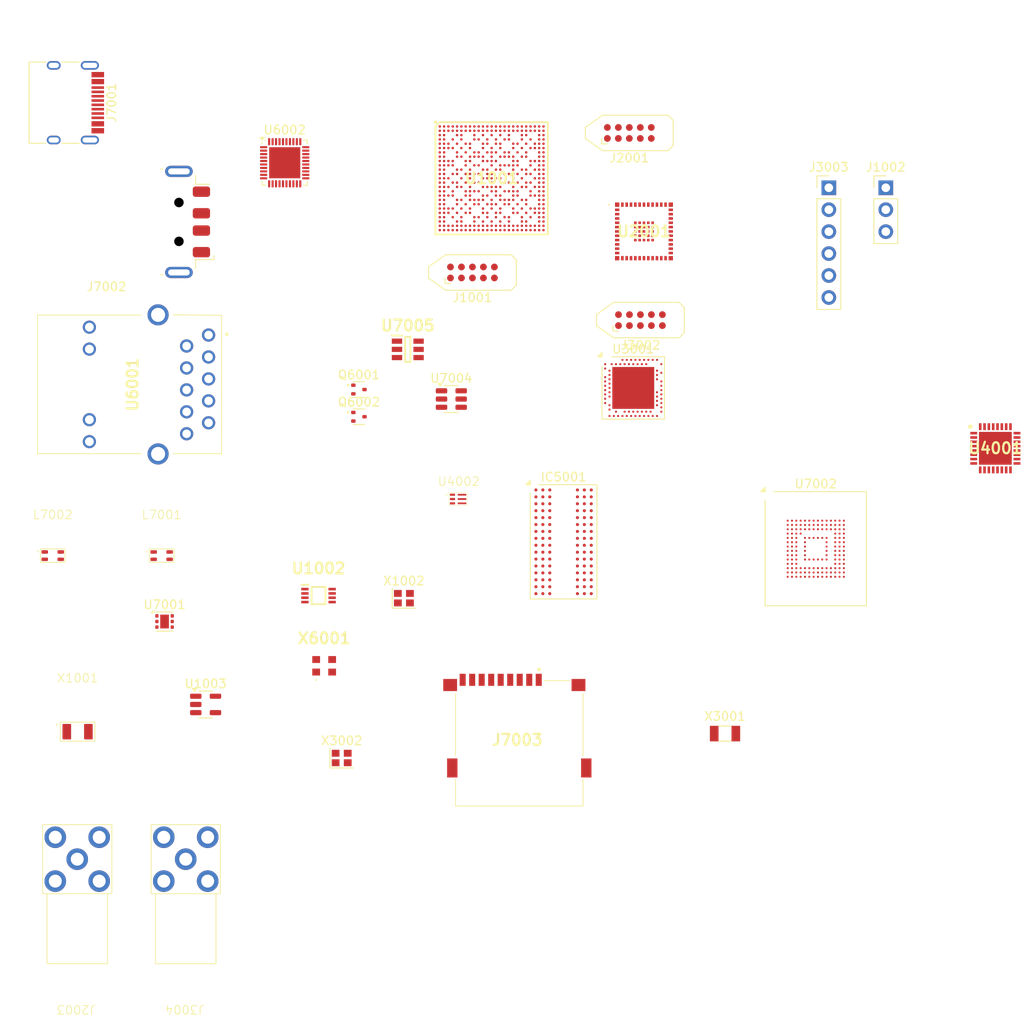
<source format=kicad_pcb>
(kicad_pcb (version 20241229) (generator "pcbnew") (generator_version "9.0")
  (layers (0 "F.Cu" signal) (4 "In1.Cu" signal) (6 "In2.Cu" signal) (8 "In3.Cu" signal) (10 "In4.Cu" signal) (12 "In5.Cu" signal) (14 "In6.Cu" signal) (2 "B.Cu" signal) (13 "F.Paste" user) (15 "B.Paste" user) (5 "F.SilkS" user "F.Silkscreen") (7 "B.SilkS" user "B.Silkscreen") (1 "F.Mask" user) (3 "B.Mask" user) (25 "Edge.Cuts" user))
  (net 0 "")
  (net 3 "/Host System [1]/SOC_TCK")
  (net 4 "/Host System [1]/SOC_TDO")
  (net 5 "/Host System [1]/SOC_TMS")
  (net 9 "/Thread [3]/nRF_RESET_N")
  (net 10 "/Ethernet [6]/ETH_PHYRSTB")
  (net 11 "/Host System [1]/SOC_EMU1")
  (net 12 "ETH_INTn")
  (net 13 "/Ethernet [6]/ETH_INTB")
  (net 17 "/Ethernet [6]/ETH_TD1")
  (net 18 "/Host System [1]/MCU_ERRORN")
  (net 19 "/Host System [1]/SOC_TRST#")
  (net 20 "/Memory [5]/DDR_BG0")
  (net 21 "/Host System [1]/SOC_TDI")
  (net 23 "VDDA_CORE_CSI")
  (net 24 "VDD_1V8")
  (net 26 "/Memory [5]/DDR_CLKN")
  (net 27 "/Ethernet [6]/ETH_RXC")
  (net 29 "/Memory [5]/DDR_A12")
  (net 31 "/USB and SD [7]/EMMC_D3")
  (net 32 "/Memory [5]/DDR_A15_CAS")
  (net 33 "/Host System [1]/SOC_EMU0")
  (net 35 "/USB and SD [7]/SD_CD")
  (net 36 "/Memory [5]/DDR_RESET#")
  (net 41 "/Memory [5]/DDR_DQ15")
  (net 42 "VDDA_1V8_CSIRX")
  (net 44 "/Zigbee [2]/CC2652_TMS")
  (net 45 "VDDA_0V85")
  (net 46 "/Ethernet [6]/ETH_RX_CTL")
  (net 48 "/Zigbee [2]/CC2652_TDO")
  (net 50 "VDD3V3_CC")
  (net 51 "/Zigbee [2]/CC2652_TCK")
  (net 52 "/Ethernet [6]/ETH_RD3")
  (net 53 "/Zigbee [2]/CC2652_RESET_N")
  (net 54 "/Zigbee [2]/CC2652_TDI")
  (net 57 "VDD_CORE")
  (net 59 "/Memory [5]/DDR_A7")
  (net 60 "/Memory [5]/DDR_ACTn")
  (net 64 "VDDA_PLL0")
  (net 69 "VSYS_5V")
  (net 71 "/Ethernet [6]/ETH_TD0")
  (net 73 "/Memory [5]/DDR_DQ7")
  (net 74 "/Memory [5]/DDR_DQ1")
  (net 76 "/Memory [5]/DDR_UDQS_N")
  (net 78 "/Memory [5]/DDR_A6")
  (net 81 "VDD_3V3")
  (net 85 "/Ethernet [6]/ETH_RD1")
  (net 86 "/Power Circuitry [4]/VDDA_SYS_MON")
  (net 87 "VDDA_1V8")
  (net 89 "VDD_1V2")
  (net 93 "CC2652_RSTn")
  (net 94 "/Memory [5]/DDR_UDQS_P")
  (net 95 "ETH_RSTn")
  (net 96 "/Memory [5]/DDR_DQ2")
  (net 98 "/Memory [5]/DDR_LDM")
  (net 99 "/Host System [1]/UART0_RXD")
  (net 101 "/Memory [5]/DDR_ODT")
  (net 105 "VDD_nRF")
  (net 106 "/Memory [5]/DDR_A3")
  (net 107 "nRF_SPI0_CLK")
  (net 108 "VDD_HV")
  (net 109 "/Thread [3]/nRF_SWDCLK")
  (net 110 "/Ethernet [6]/ETH_RD0")
  (net 111 "nRF_SPI0_MISO")
  (net 112 "/Thread [3]/nRF_SWDIO")
  (net 113 "/Memory [5]/DDR_A9")
  (net 114 "nRF_SPI0_CS0")
  (net 115 "/Memory [5]/DDR_CSn")
  (net 116 "/Memory [5]/DDR_A13")
  (net 118 "VDDA_1V8_OLDI")
  (net 120 "SD_PWR_EN")
  (net 121 "nRF_SPI0_MOSI")
  (net 122 "/Memory [5]/DDR_DQ11")
  (net 123 "CC2652_UART6_CTSn")
  (net 128 "ETH_MDIO")
  (net 130 "/USB and SD [7]/SD_D2")
  (net 132 "/USB and SD [7]/EMMC_D2")
  (net 133 "/Host System [1]/MCU_RESETZ")
  (net 134 "/Memory [5]/DDR_BA1")
  (net 139 "/USB and SD [7]/EMMC_CMD")
  (net 142 "/Memory [5]/DDR_DQ10")
  (net 148 "VDDA_1V8_USB")
  (net 149 "/Memory [5]/DDR_A14_WEn")
  (net 153 "/Host System [1]/WKUP_LFOSC0_XO")
  (net 154 "/Host System [1]/MCU_RESETSTATz")
  (net 156 "/Memory [5]/DDR_DQ6")
  (net 157 "/Memory [5]/DDR_A1")
  (net 158 "/Host System [1]/RESET_REQZ")
  (net 161 "/Memory [5]/DDR_CKE")
  (net 165 "/USB and SD [7]/SD_D0")
  (net 166 "CC2652_UART6_TXD")
  (net 168 "/Host System [1]/WKUP_LFOSC0_XI")
  (net 169 "/Memory [5]/DDR_A16_RAS")
  (net 172 "EXTINTn")
  (net 173 "/Memory [5]/DDR_A8")
  (net 175 "RESETSTATz")
  (net 181 "VDDA_1V8_MCU")
  (net 182 "/USB and SD [7]/EMMC_D0")
  (net 188 "Net-(U1001D-DDR0_CAL0)")
  (net 194 "VDDA_CORE_USB")
  (net 197 "/Memory [5]/DDR_UDM")
  (net 200 "/Memory [5]/DDR_DQ0")
  (net 202 "CC2652_UART6_RTSn")
  (net 203 "/Memory [5]/DDR_LDQS_N")
  (net 208 "/USB and SD [7]/EMMC_D1")
  (net 209 "/Memory [5]/DDR_DQ9")
  (net 210 "I2C0_SDA")
  (net 211 "/Memory [5]/DDR_A11")
  (net 213 "MCU_PORz")
  (net 217 "/Ethernet [6]/ETH_TX_CTL")
  (net 219 "/USB and SD [7]/EMMC_D6")
  (net 220 "PMIC_LPM_EN0")
  (net 222 "/Ethernet [6]/ETH_TD3")
  (net 226 "/Memory [5]/DDR_DQ4")
  (net 228 "CC2652_UART6_RXD")
  (net 229 "VDD_CANUART")
  (net 230 "/Ethernet [6]/ETH_RD2")
  (net 234 "/Memory [5]/DDR_ALERTn")
  (net 238 "ETH_MDC")
  (net 240 "/USB and SD [7]/EMMC_D5")
  (net 243 "/Memory [5]/DDR_LDQS_P")
  (net 247 "PORz_OUT")
  (net 248 "/Memory [5]/DDR_A2")
  (net 249 "/Memory [5]/DDR_A10")
  (net 252 "GND")
  (net 256 "SD_VOLT_SEL")
  (net 257 "/Memory [5]/DDR_A0")
  (net 260 "/Memory [5]/DDR_A5")
  (net 262 "/Host System [1]/EEP_WP")
  (net 264 "CC2652_BOOT")
  (net 267 "/Memory [5]/DDR_DQ14")
  (net 268 "/Host System [1]/UART0_TXD")
  (net 273 "/Memory [5]/DDR_DQ5")
  (net 275 "/Memory [5]/DDR_CLKP")
  (net 277 "/Memory [5]/DDR_PARITY")
  (net 281 "/USB and SD [7]/SD_CMD")
  (net 282 "/Ethernet [6]/ETH_TXC")
  (net 285 "/USB and SD [7]/SoC_SD_CLK")
  (net 286 "/USB and SD [7]/EMMC_D7")
  (net 288 "VDDA_PLL2")
  (net 289 "/Ethernet [6]/ETH_TD2")
  (net 291 "/Memory [5]/DDR_DQ3")
  (net 292 "/USB and SD [7]/SD_D1")
  (net 294 "/USB and SD [7]/EMMC_D4")
  (net 296 "/Memory [5]/DDR_A4")
  (net 298 "/USB and SD [7]/SD_D3")
  (net 299 "/Memory [5]/DDR_DQ8")
  (net 302 "VDDSHV5_SDIO")
  (net 305 "VDDA_PLL1")
  (net 307 "/Memory [5]/DDR_DQ13")
  (net 309 "/Memory [5]/DDR_DQ12")
  (net 310 "eMMC_RSTn")
  (net 312 "/Memory [5]/DDR_BA0")
  (net 315 "/USB and SD [7]/SoC_EMMC_CLK")
  (net 323 "CC2652_LED2")
  (net 333 "CC2652_LED1")
  (net 343 "/Thread [3]/IO27{slash}SCL")
  (net 345 "/Thread [3]/IO6{slash}TX")
  (net 357 "Net-(U3001-DCC)")
  (net 359 "/Thread [3]/IO26{slash}SDA")
  (net 362 "/Thread [3]/IO24")
  (net 363 "/Thread [3]/IO25")
  (net 364 "/Thread [3]/IO8{slash}RX")
  (net 390 "/Power Circuitry [4]/CAP_VDDS_MCU")
  (net 391 "/Power Circuitry [4]/CAP_VDDS0")
  (net 392 "/Power Circuitry [4]/CAP_VDDS1")
  (net 393 "/Power Circuitry [4]/CAP_VDDS3")
  (net 394 "/Power Circuitry [4]/CAP_VDDS5")
  (net 395 "/Power Circuitry [4]/CAP_VDDS_CANUART")
  (net 396 "/Power Circuitry [4]/CAP_VDDS4")
  (net 397 "/Power Circuitry [4]/CAP_VDDS2")
  (net 398 "/Power Circuitry [4]/CAP_VDDS6")
  (net 399 "/Host System [1]/SoC_I2C_SCL")
  (net 400 "/Host System [1]/MCU_OSC0_XI")
  (net 401 "/Host System [1]/MCU_OSC0")
  (net 402 "/Power Circuitry [4]/SoC_VPP")
  (net 403 "/USB and SD [7]/USB1_DP")
  (net 404 "/USB and SD [7]/USB1_VBUS")
  (net 405 "/USB and SD [7]/USB0_DN")
  (net 406 "/USB and SD [7]/USB0_RCALIB")
  (net 407 "/USB and SD [7]/USB1_DN")
  (net 408 "/USB and SD [7]/USB0_DP")
  (net 409 "/USB and SD [7]/USB1_DRVVBUS")
  (net 410 "/USB and SD [7]/USB0_VBUS")
  (net 411 "/Ethernet [6]/ETH_PHYRSTB_DRAIN")
  (net 412 "/Zigbee [2]/CC2652_DIO12")
  (net 413 "/Zigbee [2]/CC2652_DIO13")
  (net 414 "/Zigbee [2]/CC2652_DIO19")
  (net 415 "/Zigbee [2]/CC2652_DIO18")
  (net 416 "/Zigbee [2]/CC2652_RF")
  (net 417 "/Thread [3]/nRF_DEC4{slash}DEC6{slash}DCC")
  (net 418 "/Thread [3]/nRF_DEC3")
  (net 419 "/Thread [3]/nRF_DEC1")
  (net 420 "/Thread [3]/nRF_XL1{slash}P0.00")
  (net 421 "/Thread [3]/nRF_XC2")
  (net 422 "/Thread [3]/nRF_XL2{slash}P0.01")
  (net 423 "/Thread [3]/nRF_DCCH")
  (net 424 "/Thread [3]/nRF_XC1")
  (net 425 "/Thread [3]/nRF_ANT")
  (net 426 "/USB and SD [7]/USB_A_VBUS")
  (net 427 "/USB and SD [7]/USB_A_DN")
  (net 428 "/USB and SD [7]/USB_A_DP")
  (net 429 "/USB and SD [7]/USB_A_LS_EN")
  (net 431 "Net-(IC5001-ZQ)")
  (net 432 "DDR_VPP")
  (net 433 "DDR_VREFCA")
  (net 434 "/Memory [5]/DDR_TEN")
  (net 460 "/USB and SD [7]/EMMC_CLK")
  (net 488 "/USB and SD [7]/EMMC_VDDI")
  (net 528 "/USB and SD [7]/EMMC_DS")
  (net 558 "VDD1V0_ETH")
  (net 559 "/Ethernet [6]/ETH_CLKOUT")
  (net 560 "/Ethernet [6]/ETH_CFG_LDO0{slash}LED1")
  (net 561 "/Ethernet [6]/ETH_PHY_TD2")
  (net 562 "/Ethernet [6]/ETH_PHY_RD3")
  (net 563 "/Ethernet [6]/ETH_EXT_CLK")
  (net 564 "/Ethernet [6]/ETH_PHY_TD3")
  (net 565 "/Ethernet [6]/ETH_MD0-")
  (net 566 "/Ethernet [6]/ETH_MD1-")
  (net 567 "VDD3V3_ETH")
  (net 568 "/Ethernet [6]/ETH_MD3-")
  (net 569 "/Ethernet [6]/ETH_XTAL_IN")
  (net 570 "/Ethernet [6]/ETH_CFG_EXIT{slash}LED0")
  (net 571 "Net-(U6002-REG_OUT{slash}LDO_OUT)")
  (net 572 "/Ethernet [6]/ETH_PHY_TD1")
  (net 573 "Net-(C6001-Pad1)")
  (net 574 "/Ethernet [6]/ETH_PHY_RX_CTL")
  (net 575 "/Ethernet [6]/ETH_PHY_TXC")
  (net 576 "/Ethernet [6]/ETH_RSET")
  (net 577 "/Ethernet [6]/ETH_MD2-")
  (net 578 "/Ethernet [6]/ETH_PHY_RXC")
  (net 579 "/Ethernet [6]/ETH_PHY_RD2")
  (net 580 "/Ethernet [6]/ETH_PHY_TD0")
  (net 581 "VDD1V8_ETH")
  (net 582 "/Ethernet [6]/ETH_MD3+")
  (net 583 "/Ethernet [6]/ETH_MD0+")
  (net 584 "/Ethernet [6]/ETH_PHY_RD1")
  (net 585 "/Ethernet [6]/ETH_PHY_TX_CTL")
  (net 586 "/Ethernet [6]/ETH_CFG_LDO1{slash}LED2")
  (net 587 "/Ethernet [6]/ETH_PHY_RD0")
  (net 588 "/Ethernet [6]/ETH_MD1+")
  (net 589 "/Ethernet [6]/ETH_MD2+")
  (net 590 "/USB and SD [7]/EMMC_RST_N")
  (net 591 "/Ethernet [6]/ETH_LED_GREEN_K")
  (net 593 "/Ethernet [6]/ETH_LED_YELLOW_K")
  (net 594 "/USB and SD [7]/USB_C_DN")
  (net 595 "/USB and SD [7]/USB_C_CC1")
  (net 597 "/USB and SD [7]/USB_C_DP")
  (net 598 "/USB and SD [7]/USB_C_CC2")
  (net 600 "I2C0_SCL")
  (net 602 "/Power Circuitry [4]/VDD_3V3_EN")
  (net 603 "PWR_BTN")
  (net 604 "/Power Circuitry [4]/PMIC_B1_FB")
  (net 605 "/Power Circuitry [4]/PMIC_B1_O")
  (net 606 "VDD_SD")
  (net 608 "Net-(U4001-VDD1P8)")
  (net 609 "/Power Circuitry [4]/PMIC_B3_O")
  (net 610 "/Power Circuitry [4]/PMIC_B2_O")
  (net 611 "VDD_2V5")
  (net 612 "/Power Circuitry [4]/VDD_3V3_PG")
  (net 613 "/Power Circuitry [4]/VDD_3V3_SW")
  (net 614 "/Power Circuitry [4]/VDD_3V3_FB")
  (net 615 "/Host System [1]/UART0_TXD_HEADER")
  (net 616 "/Host System [1]/UART0_RXD_HEADER")
  (net 617 "/Ethernet [6]/ETH_EXT_CLK_OUT")
  (net 618 "/USB and SD [7]/SD_LS_ON")
  (net 619 "VDD_3V3_SD")
  (net 620 "/USB and SD [7]/SD_CLK")
  (net 621 "/Thread [3]/nRF_SMA")
  (net 622 "/Zigbee [2]/CC2652_SMA")
  (net 623 "/Host System [1]/MCU_OSC0_XO")
  (footprint "Connector_USB:USB_C_Receptacle_HRO_TYPE-C-31-M-12" (layer "F.Cu") (at 95.04 76.7 -90)
    (property "Reference" "J7001")
    (property "Value" "USB_C_Receptacle_USB2.0_16P")
  )
  (footprint "HR911130A:HR911130A" (layer "F.Cu") (at 103.11 109.306 90)
    (property "Reference" "U6001")
    (property "Value" "HR911130A" (hide yes))
  )
  (footprint "Package_SON:WSON-6-1EP_2x2mm_P0.65mm_EP1x1.6mm" (layer "F.Cu") (at 106.8125 136.75)
    (property "Reference" "U7001")
    (property "Value" "TVS0500DRVR")
  )
  (footprint "Package_TO_SOT_SMD:SOT-23-6" (layer "F.Cu") (at 139.99 111)
    (property "Reference" "U7004")
    (property "Value" "TPD3S014")
  )
  (footprint "Crystal:Crystal_SMD_2016-4Pin_2.0x1.6mm" (layer "F.Cu") (at 134.5 134.05)
    (property "Reference" "X1002")
    (property "Value" "25MHz")
  )
  (footprint "TPS6521903RHBR:QFN50P500X500X100-33N-D" (layer "F.Cu") (at 202.925 116.7)
    (property "Reference" "U4001")
    (property "Value" "TPS6521903RHBR" (hide yes))
  )
  (footprint "SoftServicesFootprintLibrary:SRF2012-900YA" (layer "F.Cu") (at 106.5 129.05)
    (property "Reference" "L7001")
    (property "Value" "SRF2012_900YA")
  )
  (footprint "AM6231ASGGGAALW:BGA425C50P25X25_1300X1300X89" (layer "F.Cu") (at 144.65 85.45)
    (property "Reference" "U1001")
    (property "Value" "AM6231ASGGGAALW" (hide yes))
  )
  (footprint "Package_TO_SOT_SMD:SOT-523" (layer "F.Cu") (at 129.3 113.05)
    (property "Reference" "Q6002")
    (property "Value" "DMG1012T")
  )
  (footprint "Connector_USB:USB_A_Molex_48037-2200_Horizontal" (layer "F.Cu") (at 100.1 90.5 180)
    (property "Reference" "J7002")
    (property "Value" "USB_A")
  )
  (footprint "Connector:Tag-Connect_TC2050-IDC-NL_2x05_P1.27mm_Vertical" (layer "F.Cu") (at 160.58 80.2)
    (property "Reference" "J2001")
    (property "Value" "TC2050")
  )
  (footprint "Connector_PinHeader_2.54mm:PinHeader_1x03_P2.54mm_Vertical" (layer "F.Cu") (at 190.25 86.545)
    (property "Reference" "J1002")
    (property "Value" "Conn_01x03_Pin")
  )
  (footprint "Package_BGA:LFBGA-153_11.5x13mm_Layout14x14_P0.5mm" (layer "F.Cu") (at 182.15 128.325)
    (property "Reference" "U7002")
    (property "Value" "EMMC16G-TB29-PZ90")
  )
  (footprint "SoftServicesFootprintLibrary:FC-135R 32.7680KA-A3" (layer "F.Cu") (at 96.75 149.5)
    (property "Reference" "X1001")
    (property "Value" "32.768kHz")
  )
  (footprint "ECS-2520MV-250-BN-TR:ECS2520MV250BNTR" (layer "F.Cu") (at 125.275 141.875)
    (property "Reference" "X6001")
    (property "Value" "ECS-2520MV-250-BN-TR" (hide yes))
  )
  (footprint "TF-15x15:TF15X15" (layer "F.Cu") (at 147.625 150.45)
    (property "Reference" "J7003")
    (property "Value" "Micro_SD_Card_Det1" (hide yes))
  )
  (footprint "SoftServicesFootprintLibrary:SMA-KWE901" (layer "F.Cu") (at 109.26 164.26 180)
    (property "Reference" "J3004")
    (property "Value" "SMA-KWE901")
  )
  (footprint "Package_TO_SOT_SMD:SOT-23-5" (layer "F.Cu") (at 111.5625 146.35)
    (property "Reference" "U1003")
    (property "Value" "AT24C32D-STUM-T")
  )
  (footprint "Crystal:Crystal_SMD_3215-2Pin_3.2x1.5mm" (layer "F.Cu") (at 171.65 149.725)
    (property "Reference" "X3001")
    (property "Value" "32.768kHz")
  )
  (footprint "TPS22918DBVR:SOT95P280X145-6N" (layer "F.Cu") (at 134.95 105.25)
    (property "Reference" "U7005")
    (property "Value" "TPS22918DBVR" (hide yes))
  )
  (footprint "Package_DFN_QFN:QFN-40-1EP_5x5mm_P0.4mm_EP3.6x3.6mm" (layer "F.Cu") (at 120.7125 83.65)
    (property "Reference" "U6002")
    (property "Value" "RTL8211F-CG")
  )
  (footprint "SN74LVC2G241DCUR:SOP50P310X90-8N" (layer "F.Cu") (at 124.625 133.75)
    (property "Reference" "U1002")
    (property "Value" "SN74LVC2G241DCUR" (hide yes))
  )
  (footprint "Package_DFN_QFN:Nordic_AQFN-73-1EP_7x7mm_P0.5mm" (layer "F.Cu") (at 161.035 109.715)
    (property "Reference" "U3001")
    (property "Value" "nRF52840")
  )
  (footprint "Package_TO_SOT_SMD:SOT-523" (layer "F.Cu") (at 129.3 109.9)
    (property "Reference" "Q6001")
    (property "Value" "DMG1012T")
  )
  (footprint "SoftServicesFootprintLibrary:TLV62595DMQR" (layer "F.Cu") (at 140.825 122.575)
    (property "Reference" "U4002")
    (property "Value" "TLV62595DMQR")
  )
  (footprint "SoftServicesFootprintLibrary:SMA-KWE901" (layer "F.Cu") (at 96.71 164.26 180)
    (property "Reference" "J2003")
    (property "Value" "SMA-KWE901")
  )
  (footprint "CC2652PSIP:CC2652PSIP" (layer "F.Cu") (at 162.275 91.6)
    (property "Reference" "U2001")
    (property "Value" "CC2652PSIP" (hide yes))
  )
  (footprint "Connector:Tag-Connect_TC2050-IDC-NL_2x05_P1.27mm_Vertical" (layer "F.Cu") (at 142.43 96.35)
    (property "Reference" "J1001")
    (property "Value" "TC2050")
  )
  (footprint "Connector_PinHeader_2.54mm:PinHeader_1x06_P2.54mm_Vertical" (layer "F.Cu") (at 183.66 86.545)
    (property "Reference" "J3003")
    (property "Value" "Conn_01x06_Pin")
  )
  (footprint "Package_BGA:FBGA-96_7.5x13mm_Layout9x16_P0.8mm" (layer "F.Cu") (at 152.975 127.525)
    (property "Reference" "IC5001")
    (property "Value" "MT40A1G16TB-062E_IT_F")
  )
  (footprint "Connector:Tag-Connect_TC2050-IDC-NL_2x05_P1.27mm_Vertical" (layer "F.Cu") (at 161.865 101.865)
    (property "Reference" "J3002")
    (property "Value" "TC2050")
  )
  (footprint "SoftServicesFootprintLibrary:SRF2012-900YA" (layer "F.Cu") (at 93.9 129.05)
    (property "Reference" "L7002")
    (property "Value" "SRF2012_900YA")
  )
  (footprint "Crystal:Crystal_SMD_2016-4Pin_2.0x1.6mm" (layer "F.Cu") (at 127.3 152.55)
    (property "Reference" "X3002")
    (property "Value" "32MHz")
  )
)
</source>
